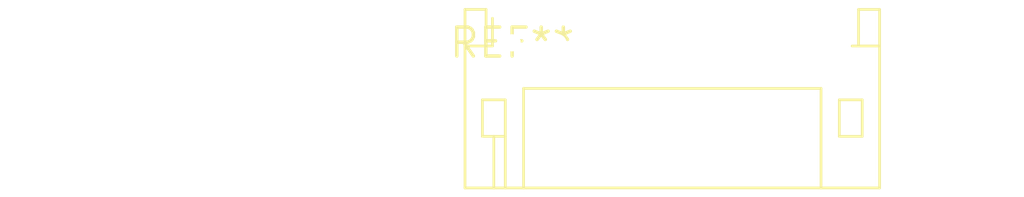
<source format=kicad_pcb>
(kicad_pcb (version 20240108) (generator pcbnew)
  (layers (0 "F.Cu" signal) (31 "B.Cu" signal) (34 "B.Paste" user) (35 "F.Paste" user) (36 "B.SilkS" user "B.Silkscreen") (37 "F.SilkS" user "F.Silkscreen") (38 "B.Mask" user) (39 "F.Mask" user) (44 "Edge.Cuts" user))
  (net 0 "")
  (footprint "JST_PH_S8B-PH-K_1x08_P2.00mm_Horizontal" (layer "F.Cu") (at 0 0)
    (property "Reference" "REF**")
    (property "Value" "JST_PH_S8B-PH-K_1x08_P2.00mm_Horizontal")
    (fp_line (start -2.06 -1.46) (end -2.06 6.36) (layer "F.SilkS") (stroke (width 0.12)))
    (fp_line (start -2.06 0.14) (end -1.14 0.14) (layer "F.SilkS") (stroke (width 0.12)))
    (fp_line (start -2.06 6.36) (end 16.06 6.36) (layer "F.SilkS") (stroke (width 0.12)))
    (fp_line (start -1.3 2.5) (end -1.3 4.1) (layer "F.SilkS") (stroke (width 0.12)))
    (fp_line (start -1.3 4.1) (end -0.3 4.1) (layer "F.SilkS") (stroke (width 0.12)))
    (fp_line (start -1.14 -1.46) (end -2.06 -1.46) (layer "F.SilkS") (stroke (width 0.12)))
    (fp_line (start -1.14 0.14) (end -1.14 -1.46) (layer "F.SilkS") (stroke (width 0.12)))
    (fp_line (start -0.86 0.14) (end -1.14 0.14) (layer "F.SilkS") (stroke (width 0.12)))
    (fp_line (start -0.86 0.14) (end -0.86 -1.075) (layer "F.SilkS") (stroke (width 0.12)))
    (fp_line (start -0.8 4.1) (end -0.8 6.36) (layer "F.SilkS") (stroke (width 0.12)))
    (fp_line (start -0.3 2.5) (end -1.3 2.5) (layer "F.SilkS") (stroke (width 0.12)))
    (fp_line (start -0.3 4.1) (end -0.3 2.5) (layer "F.SilkS") (stroke (width 0.12)))
    (fp_line (start -0.3 4.1) (end -0.3 6.36) (layer "F.SilkS") (stroke (width 0.12)))
    (fp_line (start 0.5 2) (end 13.5 2) (layer "F.SilkS") (stroke (width 0.12)))
    (fp_line (start 0.5 6.36) (end 0.5 2) (layer "F.SilkS") (stroke (width 0.12)))
    (fp_line (start 13.5 2) (end 13.5 6.36) (layer "F.SilkS") (stroke (width 0.12)))
    (fp_line (start 14.3 2.5) (end 15.3 2.5) (layer "F.SilkS") (stroke (width 0.12)))
    (fp_line (start 14.3 4.1) (end 14.3 2.5) (layer "F.SilkS") (stroke (width 0.12)))
    (fp_line (start 15.14 -1.46) (end 15.14 0.14) (layer "F.SilkS") (stroke (width 0.12)))
    (fp_line (start 15.14 0.14) (end 14.86 0.14) (layer "F.SilkS") (stroke (width 0.12)))
    (fp_line (start 15.3 2.5) (end 15.3 4.1) (layer "F.SilkS") (stroke (width 0.12)))
    (fp_line (start 15.3 4.1) (end 14.3 4.1) (layer "F.SilkS") (stroke (width 0.12)))
    (fp_line (start 16.06 -1.46) (end 15.14 -1.46) (layer "F.SilkS") (stroke (width 0.12)))
    (fp_line (start 16.06 0.14) (end 15.14 0.14) (layer "F.SilkS") (stroke (width 0.12)))
    (fp_line (start 16.06 6.36) (end 16.06 -1.46) (layer "F.SilkS") (stroke (width 0.12)))
    (pad "1" thru_hole roundrect (at 0 0) (size 1.2 1.75) (drill 0.75) (layers *.Cu *.Mask) (remove_unused_layers) (roundrect_rratio 0.208333))
    (pad "2" thru_hole oval (at 2 0) (size 1.2 1.75) (drill 0.75) (layers *.Cu *.Mask) (remove_unused_layers))
    (pad "3" thru_hole oval (at 4 0) (size 1.2 1.75) (drill 0.75) (layers *.Cu *.Mask) (remove_unused_layers))
    (pad "4" thru_hole oval (at 6 0) (size 1.2 1.75) (drill 0.75) (layers *.Cu *.Mask) (remove_unused_layers))
    (pad "5" thru_hole oval (at 8 0) (size 1.2 1.75) (drill 0.75) (layers *.Cu *.Mask) (remove_unused_layers))
    (pad "6" thru_hole oval (at 10 0) (size 1.2 1.75) (drill 0.75) (layers *.Cu *.Mask) (remove_unused_layers))
    (pad "7" thru_hole oval (at 12 0) (size 1.2 1.75) (drill 0.75) (layers *.Cu *.Mask) (remove_unused_layers))
    (pad "8" thru_hole oval (at 14 0) (size 1.2 1.75) (drill 0.75) (layers *.Cu *.Mask) (remove_unused_layers))
  )
)
</source>
